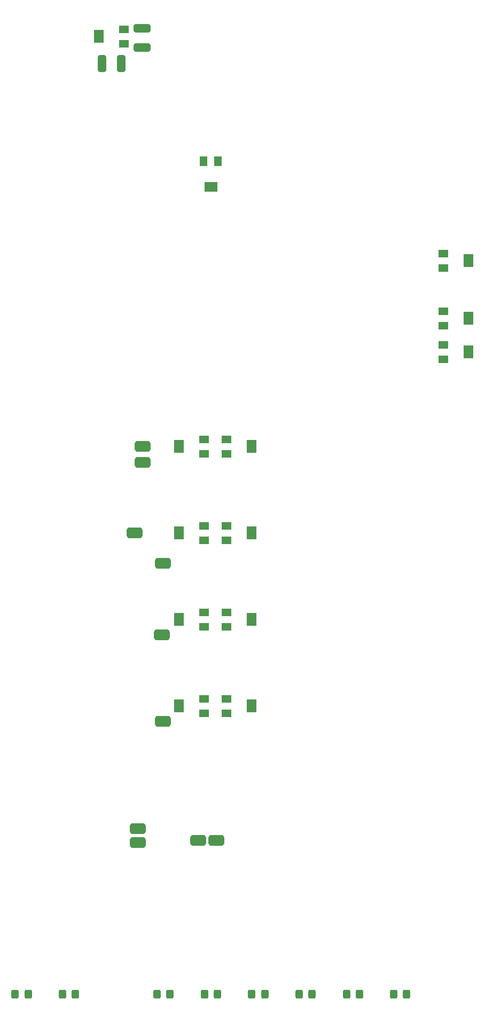
<source format=gbr>
%TF.GenerationSoftware,KiCad,Pcbnew,8.0.2*%
%TF.CreationDate,2024-12-14T16:11:44+01:00*%
%TF.ProjectId,pss_baseboard,7073735f-6261-4736-9562-6f6172642e6b,1.0.0*%
%TF.SameCoordinates,Original*%
%TF.FileFunction,Paste,Top*%
%TF.FilePolarity,Positive*%
%FSLAX46Y46*%
G04 Gerber Fmt 4.6, Leading zero omitted, Abs format (unit mm)*
G04 Created by KiCad (PCBNEW 8.0.2) date 2024-12-14 16:11:44*
%MOMM*%
%LPD*%
G01*
G04 APERTURE LIST*
G04 Aperture macros list*
%AMRoundRect*
0 Rectangle with rounded corners*
0 $1 Rounding radius*
0 $2 $3 $4 $5 $6 $7 $8 $9 X,Y pos of 4 corners*
0 Add a 4 corners polygon primitive as box body*
4,1,4,$2,$3,$4,$5,$6,$7,$8,$9,$2,$3,0*
0 Add four circle primitives for the rounded corners*
1,1,$1+$1,$2,$3*
1,1,$1+$1,$4,$5*
1,1,$1+$1,$6,$7*
1,1,$1+$1,$8,$9*
0 Add four rect primitives between the rounded corners*
20,1,$1+$1,$2,$3,$4,$5,0*
20,1,$1+$1,$4,$5,$6,$7,0*
20,1,$1+$1,$6,$7,$8,$9,0*
20,1,$1+$1,$8,$9,$2,$3,0*%
G04 Aperture macros list end*
%ADD10R,1.600000X1.300000*%
%ADD11R,1.600000X2.000000*%
%ADD12RoundRect,0.250000X0.325000X0.450000X-0.325000X0.450000X-0.325000X-0.450000X0.325000X-0.450000X0*%
%ADD13RoundRect,0.250000X-1.075000X0.400000X-1.075000X-0.400000X1.075000X-0.400000X1.075000X0.400000X0*%
%ADD14RoundRect,0.426829X-0.823171X-0.448171X0.823171X-0.448171X0.823171X0.448171X-0.823171X0.448171X0*%
%ADD15RoundRect,0.426829X0.823171X0.448171X-0.823171X0.448171X-0.823171X-0.448171X0.823171X-0.448171X0*%
%ADD16RoundRect,0.250000X0.400000X1.075000X-0.400000X1.075000X-0.400000X-1.075000X0.400000X-1.075000X0*%
%ADD17R,1.300000X1.600000*%
%ADD18R,2.000000X1.600000*%
G04 APERTURE END LIST*
D10*
%TO.C,RV1202*%
X212445000Y-163898000D03*
D11*
X216445000Y-162748000D03*
D10*
X212445000Y-161598000D03*
%TD*%
D12*
%TO.C,D802*%
X211025000Y-235900000D03*
X208975000Y-235900000D03*
%TD*%
D10*
%TO.C,RV1001*%
X208913000Y-189030000D03*
D11*
X204913000Y-190180000D03*
D10*
X208913000Y-191330000D03*
%TD*%
%TO.C,RV1201*%
X208913000Y-161598000D03*
D11*
X204913000Y-162748000D03*
D10*
X208913000Y-163898000D03*
%TD*%
D12*
%TO.C,D803*%
X218525000Y-235900000D03*
X216475000Y-235900000D03*
%TD*%
D10*
%TO.C,RV501*%
X246862000Y-135196000D03*
D11*
X250862000Y-134046000D03*
D10*
X246862000Y-132896000D03*
%TD*%
%TO.C,RV1301*%
X208913000Y-147882000D03*
D11*
X204913000Y-149032000D03*
D10*
X208913000Y-150182000D03*
%TD*%
D12*
%TO.C,D806*%
X241025000Y-235900000D03*
X238975000Y-235900000D03*
%TD*%
D13*
%TO.C,R1501*%
X199078000Y-82712000D03*
X199078000Y-85812000D03*
%TD*%
D14*
%TO.C,TP902*%
X202380000Y-192593000D03*
%TD*%
D15*
%TO.C,TP915*%
X198443000Y-211854000D03*
%TD*%
D10*
%TO.C,RV1501*%
X196252000Y-82858000D03*
D11*
X192252000Y-84008000D03*
D10*
X196252000Y-85158000D03*
%TD*%
%TO.C,RV1302*%
X212445000Y-150182000D03*
D11*
X216445000Y-149032000D03*
D10*
X212445000Y-147882000D03*
%TD*%
D12*
%TO.C,D804*%
X226025000Y-235900000D03*
X223975000Y-235900000D03*
%TD*%
D14*
%TO.C,TP905*%
X197935000Y-162748000D03*
%TD*%
D10*
%TO.C,RV502*%
X246862000Y-120718000D03*
D11*
X250862000Y-119568000D03*
D10*
X246862000Y-118418000D03*
%TD*%
D14*
%TO.C,TP911*%
X210891000Y-211516000D03*
%TD*%
D10*
%TO.C,RV503*%
X246862000Y-129862000D03*
D11*
X250862000Y-128712000D03*
D10*
X246862000Y-127562000D03*
%TD*%
D15*
%TO.C,TP916*%
X198443000Y-209611000D03*
%TD*%
D14*
%TO.C,TP908*%
X199205000Y-151572000D03*
%TD*%
%TO.C,TP904*%
X202253000Y-178877000D03*
%TD*%
D12*
%TO.C,D801*%
X203525000Y-235900000D03*
X201475000Y-235900000D03*
%TD*%
D14*
%TO.C,TP906*%
X202380000Y-167574000D03*
%TD*%
D10*
%TO.C,RV1002*%
X212445000Y-191330000D03*
D11*
X216445000Y-190180000D03*
D10*
X212445000Y-189030000D03*
%TD*%
%TO.C,RV1101*%
X208913000Y-175314000D03*
D11*
X204913000Y-176464000D03*
D10*
X208913000Y-177614000D03*
%TD*%
%TO.C,RV1102*%
X212445000Y-177614000D03*
D11*
X216445000Y-176464000D03*
D10*
X212445000Y-175314000D03*
%TD*%
D16*
%TO.C,R1502*%
X195802000Y-88326000D03*
X192702000Y-88326000D03*
%TD*%
D17*
%TO.C,RV1901*%
X208850000Y-103852000D03*
D18*
X210000000Y-107852000D03*
D17*
X211150000Y-103852000D03*
%TD*%
D12*
%TO.C,D402*%
X181025000Y-235900000D03*
X178975000Y-235900000D03*
%TD*%
D14*
%TO.C,TP912*%
X207968000Y-211516000D03*
%TD*%
%TO.C,TP907*%
X199205000Y-149032000D03*
%TD*%
D12*
%TO.C,D805*%
X233525000Y-235900000D03*
X231475000Y-235900000D03*
%TD*%
%TO.C,D401*%
X188525000Y-235900000D03*
X186475000Y-235900000D03*
%TD*%
M02*

</source>
